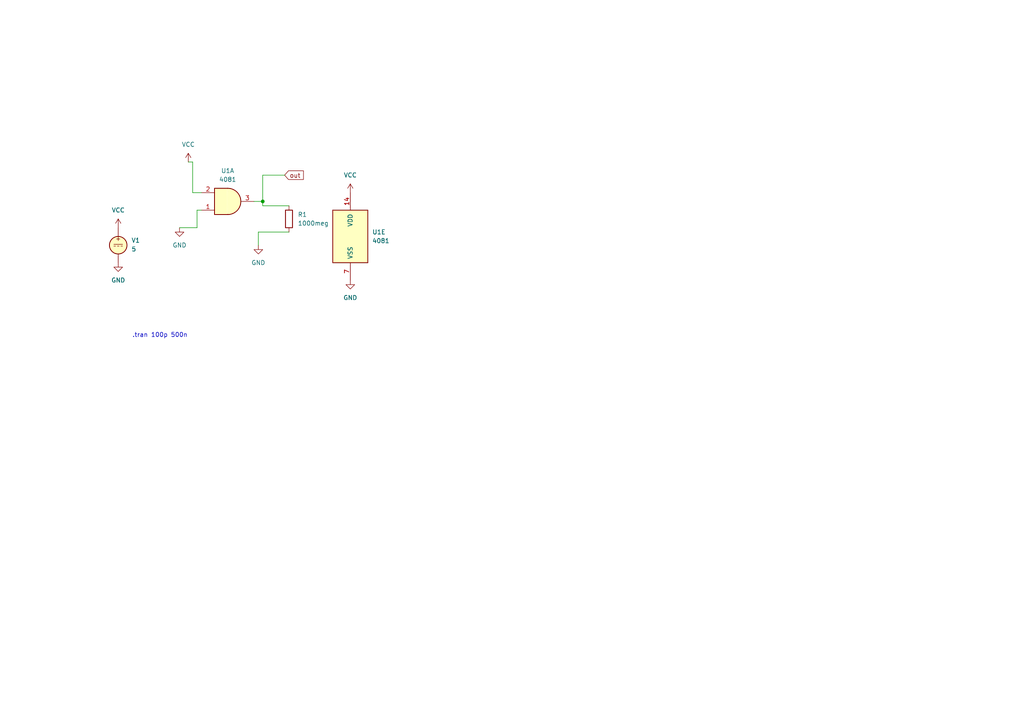
<source format=kicad_sch>
(kicad_sch (version 20231120) (generator "eeschema") (generator_version "8.0")
  (paper "A4")
  (lib_symbols
    (symbol "4xxx:4081" (pin_names (offset 1.016))
      (property "Reference" "U" (at 0 1.27 0))
      (property "Value" "4081" (at 0 -1.27 0))
      (symbol "4081_1_1"
        (arc (start 0 -3.81) (mid 3.7934 0) (end 0 3.81) (stroke (width 0.254)) (fill (type background)))
        (polyline (pts (xy 0 3.81) (xy -3.81 3.81) (xy -3.81 -3.81) (xy 0 -3.81)) (stroke (width 0.254)) (fill (type background)))
        (pin input line (at -7.62 2.54 0) (length 3.81) (name "~") (number "1"))
        (pin input line (at -7.62 -2.54 0) (length 3.81) (name "~") (number "2"))
        (pin output line (at 7.62 0 180) (length 3.81) (name "~") (number "3"))
      )
      (symbol "4081_1_2"
        (arc (start -3.81 -3.81) (mid -2.589 0) (end -3.81 3.81) (stroke (width 0.254)))
        (arc (start -0.6096 -3.81) (mid 2.1842 -2.5851) (end 3.81 0) (stroke (width 0.254)) (fill (type background)))
        (polyline (pts (xy -3.81 -3.81) (xy -0.635 -3.81)) (stroke (width 0.254)) (fill (type background)))
        (polyline (pts (xy -3.81 3.81) (xy -0.635 3.81)) (stroke (width 0.254)) (fill (type background)))
        (polyline (pts (xy -0.635 3.81) (xy -3.81 3.81) (xy -3.81 3.81) (xy -3.556 3.4036) (xy -3.0226 2.2606) (xy -2.6924 1.0414) (xy -2.6162 -0.254) (xy -2.7686 -1.4986) (xy -3.175 -2.7178) (xy -3.81 -3.81) (xy -3.81 -3.81) (xy -0.635 -3.81)) (stroke (width -25.4)) (fill (type background)))
        (arc (start 3.81 0) (mid 2.1915 2.5936) (end -0.6096 3.81) (stroke (width 0.254)) (fill (type background)))
        (pin input inverted (at -7.62 2.54 0) (length 4.318) (name "~") (number "1"))
        (pin input inverted (at -7.62 -2.54 0) (length 4.318) (name "~") (number "2"))
        (pin output inverted (at 7.62 0 180) (length 3.81) (name "~") (number "3"))
      )
      (symbol "4081_2_1"
        (arc (start 0 -3.81) (mid 3.7934 0) (end 0 3.81) (stroke (width 0.254)) (fill (type background)))
        (polyline (pts (xy 0 3.81) (xy -3.81 3.81) (xy -3.81 -3.81) (xy 0 -3.81)) (stroke (width 0.254)) (fill (type background)))
        (pin output line (at 7.62 0 180) (length 3.81) (name "~") (number "4"))
        (pin input line (at -7.62 2.54 0) (length 3.81) (name "~") (number "5"))
        (pin input line (at -7.62 -2.54 0) (length 3.81) (name "~") (number "6"))
      )
      (symbol "4081_2_2"
        (arc (start -3.81 -3.81) (mid -2.589 0) (end -3.81 3.81) (stroke (width 0.254)))
        (arc (start -0.6096 -3.81) (mid 2.1842 -2.5851) (end 3.81 0) (stroke (width 0.254)) (fill (type background)))
        (polyline (pts (xy -3.81 -3.81) (xy -0.635 -3.81)) (stroke (width 0.254)) (fill (type background)))
        (polyline (pts (xy -3.81 3.81) (xy -0.635 3.81)) (stroke (width 0.254)) (fill (type background)))
        (polyline (pts (xy -0.635 3.81) (xy -3.81 3.81) (xy -3.81 3.81) (xy -3.556 3.4036) (xy -3.0226 2.2606) (xy -2.6924 1.0414) (xy -2.6162 -0.254) (xy -2.7686 -1.4986) (xy -3.175 -2.7178) (xy -3.81 -3.81) (xy -3.81 -3.81) (xy -0.635 -3.81)) (stroke (width -25.4)) (fill (type background)))
        (arc (start 3.81 0) (mid 2.1915 2.5936) (end -0.6096 3.81) (stroke (width 0.254)) (fill (type background)))
        (pin output inverted (at 7.62 0 180) (length 3.81) (name "~") (number "4"))
        (pin input inverted (at -7.62 2.54 0) (length 4.318) (name "~") (number "5"))
        (pin input inverted (at -7.62 -2.54 0) (length 4.318) (name "~") (number "6"))
      )
      (symbol "4081_3_1"
        (arc (start 0 -3.81) (mid 3.7934 0) (end 0 3.81) (stroke (width 0.254)) (fill (type background)))
        (polyline (pts (xy 0 3.81) (xy -3.81 3.81) (xy -3.81 -3.81) (xy 0 -3.81)) (stroke (width 0.254)) (fill (type background)))
        (pin output line (at 7.62 0 180) (length 3.81) (name "~") (number "10"))
        (pin input line (at -7.62 2.54 0) (length 3.81) (name "~") (number "8"))
        (pin input line (at -7.62 -2.54 0) (length 3.81) (name "~") (number "9"))
      )
      (symbol "4081_3_2"
        (arc (start -3.81 -3.81) (mid -2.589 0) (end -3.81 3.81) (stroke (width 0.254)))
        (arc (start -0.6096 -3.81) (mid 2.1842 -2.5851) (end 3.81 0) (stroke (width 0.254)) (fill (type background)))
        (polyline (pts (xy -3.81 -3.81) (xy -0.635 -3.81)) (stroke (width 0.254)) (fill (type background)))
        (polyline (pts (xy -3.81 3.81) (xy -0.635 3.81)) (stroke (width 0.254)) (fill (type background)))
        (polyline (pts (xy -0.635 3.81) (xy -3.81 3.81) (xy -3.81 3.81) (xy -3.556 3.4036) (xy -3.0226 2.2606) (xy -2.6924 1.0414) (xy -2.6162 -0.254) (xy -2.7686 -1.4986) (xy -3.175 -2.7178) (xy -3.81 -3.81) (xy -3.81 -3.81) (xy -0.635 -3.81)) (stroke (width -25.4)) (fill (type background)))
        (arc (start 3.81 0) (mid 2.1915 2.5936) (end -0.6096 3.81) (stroke (width 0.254)) (fill (type background)))
        (pin output inverted (at 7.62 0 180) (length 3.81) (name "~") (number "10"))
        (pin input inverted (at -7.62 2.54 0) (length 4.318) (name "~") (number "8"))
        (pin input inverted (at -7.62 -2.54 0) (length 4.318) (name "~") (number "9"))
      )
      (symbol "4081_4_1"
        (arc (start 0 -3.81) (mid 3.7934 0) (end 0 3.81) (stroke (width 0.254)) (fill (type background)))
        (polyline (pts (xy 0 3.81) (xy -3.81 3.81) (xy -3.81 -3.81) (xy 0 -3.81)) (stroke (width 0.254)) (fill (type background)))
        (pin output line (at 7.62 0 180) (length 3.81) (name "~") (number "11"))
        (pin input line (at -7.62 2.54 0) (length 3.81) (name "~") (number "12"))
        (pin input line (at -7.62 -2.54 0) (length 3.81) (name "~") (number "13"))
      )
      (symbol "4081_4_2"
        (arc (start -3.81 -3.81) (mid -2.589 0) (end -3.81 3.81) (stroke (width 0.254)))
        (arc (start -0.6096 -3.81) (mid 2.1842 -2.5851) (end 3.81 0) (stroke (width 0.254)) (fill (type background)))
        (polyline (pts (xy -3.81 -3.81) (xy -0.635 -3.81)) (stroke (width 0.254)) (fill (type background)))
        (polyline (pts (xy -3.81 3.81) (xy -0.635 3.81)) (stroke (width 0.254)) (fill (type background)))
        (polyline (pts (xy -0.635 3.81) (xy -3.81 3.81) (xy -3.81 3.81) (xy -3.556 3.4036) (xy -3.0226 2.2606) (xy -2.6924 1.0414) (xy -2.6162 -0.254) (xy -2.7686 -1.4986) (xy -3.175 -2.7178) (xy -3.81 -3.81) (xy -3.81 -3.81) (xy -0.635 -3.81)) (stroke (width -25.4)) (fill (type background)))
        (arc (start 3.81 0) (mid 2.1915 2.5936) (end -0.6096 3.81) (stroke (width 0.254)) (fill (type background)))
        (pin output inverted (at 7.62 0 180) (length 3.81) (name "~") (number "11"))
        (pin input inverted (at -7.62 2.54 0) (length 4.318) (name "~") (number "12"))
        (pin input inverted (at -7.62 -2.54 0) (length 4.318) (name "~") (number "13"))
      )
      (symbol "4081_5_0"
        (pin power_in line (at 0 12.7 270) (length 5.08) (name "VDD") (number "14"))
        (pin power_in line (at 0 -12.7 90) (length 5.08) (name "VSS") (number "7"))
      )
      (symbol "4081_5_1"
        (rectangle (start -5.08 7.62) (end 5.08 -7.62) (stroke (width 0.254)) (fill (type background)))
      )
    )
    (symbol "Device:R" (pin_numbers hide) (pin_names (offset 0))
      (property "Reference" "R" (at 2.032 0 90))
      (property "Value" "R" (at 0 0 90))
      (symbol "R_0_1"
        (rectangle (start -1.016 -2.54) (end 1.016 2.54) (stroke (width 0.254)))
      )
      (symbol "R_1_1"
        (pin passive line (at 0 3.81 270) (length 1.27) (name "~") (number "1"))
        (pin passive line (at 0 -3.81 90) (length 1.27) (name "~") (number "2"))
      )
    )
    (symbol "Simulation_SPICE:VDC" (pin_numbers hide) (pin_names (offset 0.0254))
      (property "Reference" "V" (at 2.54 2.54 0))
      (property "Value" "1" (at 2.54 0 0))
      (symbol "VDC_0_0"
        (polyline (pts (xy -1.27 0.254) (xy 1.27 0.254)))
        (polyline (pts (xy -0.762 -0.254) (xy -1.27 -0.254)))
        (polyline (pts (xy 0.254 -0.254) (xy -0.254 -0.254)))
        (polyline (pts (xy 1.27 -0.254) (xy 0.762 -0.254)))
        (text "+" (at 0 1.905 0) (effects (font (size 1.27 1.27))))
      )
      (symbol "VDC_0_1"
        (circle (center 0 0) (radius 2.54) (stroke (width 0.254)) (fill (type background)))
      )
      (symbol "VDC_1_1"
        (pin passive line (at 0 5.08 270) (length 2.54) (name "~") (number "1"))
        (pin passive line (at 0 -5.08 90) (length 2.54) (name "~") (number "2"))
      )
    )
    (symbol "power:GND" (power) (pin_names (offset 0))
      (property "Value" "GND" (at 0 -3.81 0))
      (symbol "GND_0_1"
        (polyline (pts (xy 0 0) (xy 0 -1.27) (xy 1.27 -1.27) (xy 0 -2.54) (xy -1.27 -1.27) (xy 0 -1.27)))
      )
      (symbol "GND_1_1"
        (pin power_in line (at 0 0 270) (length 0) hide (name "GND") (number "1"))
      )
    )
    (symbol "power:VCC" (power) (pin_names (offset 0))
      (property "Value" "VCC" (at 0 3.81 0))
      (symbol "VCC_0_1"
        (polyline (pts (xy -0.762 1.27) (xy 0 2.54)))
        (polyline (pts (xy 0 0) (xy 0 2.54)))
        (polyline (pts (xy 0 2.54) (xy 0.762 1.27)))
      )
      (symbol "VCC_1_1"
        (pin power_in line (at 0 0 90) (length 0) hide (name "VCC") (number "1"))
      )
    )
  )
  (junction (at 76.2 58.42))
  (wire (pts (xy 74.93 67.31) (xy 74.93 71.12)))
  (wire (pts (xy 57.15 66.04) (xy 57.15 60.96)))
  (wire (pts (xy 76.2 58.42) (xy 76.2 59.69)))
  (wire (pts (xy 76.2 50.8) (xy 82.55 50.8)))
  (wire (pts (xy 55.88 55.88) (xy 58.42 55.88)))
  (wire (pts (xy 76.2 50.8) (xy 76.2 58.42)))
  (wire (pts (xy 83.82 67.31) (xy 74.93 67.31)))
  (wire (pts (xy 55.88 46.99) (xy 55.88 55.88)))
  (wire (pts (xy 76.2 59.69) (xy 83.82 59.69)))
  (wire (pts (xy 52.07 66.04) (xy 57.15 66.04)))
  (wire (pts (xy 73.66 58.42) (xy 76.2 58.42)))
  (wire (pts (xy 57.15 60.96) (xy 58.42 60.96)))
  (wire (pts (xy 54.61 46.99) (xy 55.88 46.99)))
  (text ".tran 100p 500n" (at 38.354 98.044 0) (effects (font (size 1.27 1.27)) (justify left bottom)))
  (global_label "out" (shape input) (at 82.55 50.8 0) (property "Intersheetrefs" "${INTERSHEET_REFS}" (effects (hide yes))))
  (symbol (lib_id "4xxx:4081") (at 346.71 99.06 0) (unit 4)
    (property "Reference" "U1" (at 346.7017 90.17 0))
    (property "Value" "4081" (at 346.7017 92.71 0))
    (property "Datasheet" "http://www.intersil.com/content/dam/Intersil/documents/cd40/cd4073bms-81bms-82bms.pdf" (effects (hide yes)))
    (property "Sim.Library" "logic.lib" (effects (hide yes)))
    (property "Sim.Name" "T_NAND" (effects (hide yes)))
    (property "Sim.Device" "SUBCKT" (effects (hide yes)))
    (property "Sim.Pins" "1=A 2=B 3=out 4=VCC 5=VSS" (effects (hide yes)))
  )
  (symbol (lib_id "power:VCC") (at 54.61 46.99 0) (unit 1)
    (property "Reference" "#PWR05" (effects (hide yes)))
    (property "Value" "VCC" (at 54.61 41.91 0))
  )
  (symbol (lib_id "4xxx:4081") (at 66.04 58.42 0) (mirror x) (unit 1)
    (property "Reference" "U1" (at 66.0317 49.53 0))
    (property "Value" "4081" (at 66.0317 52.07 0))
    (property "Datasheet" "http://www.intersil.com/content/dam/Intersil/documents/cd40/cd4073bms-81bms-82bms.pdf" (effects (hide yes)))
    (property "Sim.Library" "logic.lib" (effects (hide yes)))
    (property "Sim.Name" "T_NAND" (effects (hide yes)))
    (property "Sim.Device" "SUBCKT" (effects (hide yes)))
    (property "Sim.Pins" "1=A 2=B 3=out 4=VCC 5=VSS" (effects (hide yes)))
  )
  (symbol (lib_id "power:VCC") (at 34.29 66.04 0) (unit 1)
    (property "Reference" "#PWR03" (effects (hide yes)))
    (property "Value" "VCC" (at 34.29 60.96 0))
  )
  (symbol (lib_id "power:GND") (at 52.07 66.04 0) (unit 1)
    (property "Reference" "#PWR06" (effects (hide yes)))
    (property "Value" "GND" (at 52.07 71.12 0))
  )
  (symbol (lib_id "4xxx:4081") (at 328.93 91.44 0) (unit 3)
    (property "Reference" "U1" (at 328.9217 82.55 0))
    (property "Value" "4081" (at 328.9217 85.09 0))
    (property "Datasheet" "http://www.intersil.com/content/dam/Intersil/documents/cd40/cd4073bms-81bms-82bms.pdf" (effects (hide yes)))
    (property "Sim.Library" "logic.lib" (effects (hide yes)))
    (property "Sim.Name" "T_NAND" (effects (hide yes)))
    (property "Sim.Device" "SUBCKT" (effects (hide yes)))
    (property "Sim.Pins" "1=A 2=B 3=out 4=VCC 5=VSS" (effects (hide yes)))
  )
  (symbol (lib_id "Simulation_SPICE:VDC") (at 34.29 71.12 0) (unit 1)
    (property "Reference" "V1" (at 38.1 69.7201 0) (effects (justify left)))
    (property "Value" "5" (at 38.1 72.2601 0) (effects (justify left)))
    (property "Sim.Pins" "1=+ 2=-" (effects (hide yes)))
    (property "Sim.Type" "DC" (effects (hide yes)))
    (property "Sim.Device" "V" (effects (hide yes)))
  )
  (symbol (lib_id "power:VCC") (at 101.6 55.88 0) (unit 1)
    (property "Reference" "#PWR01" (effects (hide yes)))
    (property "Value" "VCC" (at 101.6 50.8 0))
  )
  (symbol (lib_id "power:GND") (at 101.6 81.28 0) (unit 1)
    (property "Reference" "#PWR02" (effects (hide yes)))
    (property "Value" "GND" (at 101.6 86.36 0))
  )
  (symbol (lib_id "Device:R") (at 83.82 63.5 0) (unit 1)
    (property "Reference" "R1" (at 86.36 62.2299 0) (effects (justify left)))
    (property "Value" "1000meg" (at 86.36 64.7699 0) (effects (justify left)))
  )
  (symbol (lib_id "4xxx:4081") (at 101.6 68.58 0) (unit 5)
    (property "Reference" "U1" (at 107.95 67.31 0) (effects (justify left)))
    (property "Value" "4081" (at 107.95 69.85 0) (effects (justify left)))
    (property "Datasheet" "http://www.intersil.com/content/dam/Intersil/documents/cd40/cd4073bms-81bms-82bms.pdf" (effects (hide yes)))
    (property "Sim.Library" "logic.lib" (effects (hide yes)))
    (property "Sim.Name" "T_NAND" (effects (hide yes)))
    (property "Sim.Device" "SUBCKT" (effects (hide yes)))
    (property "Sim.Pins" "1=A 2=B 3=out 4=VCC 5=VSS" (effects (hide yes)))
  )
  (symbol (lib_id "power:GND") (at 34.29 76.2 0) (unit 1)
    (property "Reference" "#PWR04" (effects (hide yes)))
    (property "Value" "GND" (at 34.29 81.28 0))
  )
  (symbol (lib_id "4xxx:4081") (at 321.31 81.28 0) (unit 2)
    (property "Reference" "U1" (at 321.3017 72.39 0))
    (property "Value" "4081" (at 321.3017 74.93 0))
    (property "Datasheet" "http://www.intersil.com/content/dam/Intersil/documents/cd40/cd4073bms-81bms-82bms.pdf" (effects (hide yes)))
    (property "Sim.Library" "logic.lib" (effects (hide yes)))
    (property "Sim.Name" "T_NAND" (effects (hide yes)))
    (property "Sim.Device" "SUBCKT" (effects (hide yes)))
    (property "Sim.Pins" "1=A 2=B 3=out 4=VCC 5=VSS" (effects (hide yes)))
  )
  (symbol (lib_id "power:GND") (at 74.93 71.12 0) (unit 1)
    (property "Reference" "#PWR07" (effects (hide yes)))
    (property "Value" "GND" (at 74.93 76.2 0))
  )
)
</source>
